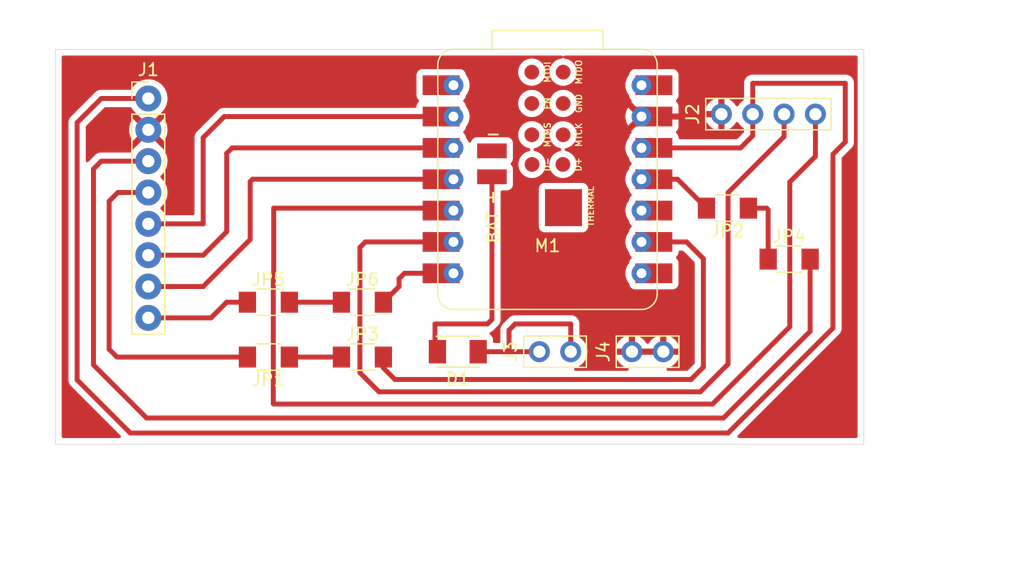
<source format=kicad_pcb>
(kicad_pcb (version 20241229) (generator "pcbnew") (generator_version "9.0")
  (layers (0 "F.Cu" signal) (2 "B.Cu" signal) (13 "F.Paste" user) (15 "B.Paste" user) (5 "F.SilkS" user "F.Silkscreen") (7 "B.SilkS" user "B.Silkscreen") (1 "F.Mask" user) (3 "B.Mask" user) (25 "Edge.Cuts" user))
  (net 0 "")
  (net 5 "/BAT_VIN")
  (net 15 "/GND")
  (net 16 "/LED")
  (net 17 "/VCC")
  (net 18 "/CS")
  (net 19 "/MOSI")
  (net 20 "/RST")
  (net 21 "/CLK")
  (net 22 "/DC")
  (net 23 "/SCL")
  (net 24 "/BUSY")
  (net 25 "/SDA")
  (footprint "fab:Jumper_1206" (layer "F.Cu") (at 113.87 83.185)
    (property "Reference" "JP3" (at 0 -1.85 0) (layer "F.SilkS"))
    (property "Value" "Jumper_1206")
    (fp_line (start -1 -1.07) (end 1 -1.07) (stroke (width 0.12)) (layer "F.SilkS"))
    (fp_line (start 1 1.07) (end -1 1.07) (stroke (width 0.12)) (layer "F.SilkS"))
    (pad "1" smd rect (at -1.7 0) (size 1.4 1.7) (layers "F.Cu" "F.Mask" "F.Paste") (net 21 "/CLK"))
    (pad "2" smd rect (at 1.7 0) (size 1.4 1.7) (layers "F.Cu" "F.Mask" "F.Paste") (net 21 "/CLK"))
  )
  (footprint "fab:Jumper_1206" (layer "F.Cu") (at 143.45 71.12 180)
    (property "Reference" "JP2" (at 0 -1.85 0) (layer "F.SilkS"))
    (property "Value" "Jumper_1206")
    (fp_line (start 1 1.07) (end -1 1.07) (stroke (width 0.12)) (layer "F.SilkS"))
    (fp_line (start -1 -1.07) (end 1 -1.07) (stroke (width 0.12)) (layer "F.SilkS"))
    (pad "1" smd rect (at -1.7 0 180) (size 1.4 1.7) (layers "F.Cu" "F.Mask" "F.Paste") (net 19 "/MOSI"))
    (pad "2" smd rect (at 1.7 0 180) (size 1.4 1.7) (layers "F.Cu" "F.Mask" "F.Paste") (net 19 "/MOSI"))
  )
  (footprint "fab:Jumper_1206" (layer "F.Cu") (at 148.45 75.25)
    (property "Reference" "JP4" (at 0 -1.85 0) (layer "F.SilkS"))
    (property "Value" "Jumper_1206")
    (fp_line (start -1 -1.07) (end 1 -1.07) (stroke (width 0.12)) (layer "F.SilkS"))
    (fp_line (start 1 1.07) (end -1 1.07) (stroke (width 0.12)) (layer "F.SilkS"))
    (pad "1" smd rect (at -1.7 0) (size 1.4 1.7) (layers "F.Cu" "F.Mask" "F.Paste") (net 19 "/MOSI"))
    (pad "2" smd rect (at 1.7 0) (size 1.4 1.7) (layers "F.Cu" "F.Mask" "F.Paste") (net 19 "/MOSI"))
  )
  (footprint "fab:Jumper_1206" (layer "F.Cu") (at 106.25 78.74)
    (property "Reference" "JP5" (at 0 -1.85 0) (layer "F.SilkS"))
    (property "Value" "Jumper_1206")
    (fp_line (start -1 -1.07) (end 1 -1.07) (stroke (width 0.12)) (layer "F.SilkS"))
    (fp_line (start 1 1.07) (end -1 1.07) (stroke (width 0.12)) (layer "F.SilkS"))
    (pad "1" smd rect (at -1.7 0) (size 1.4 1.7) (layers "F.Cu" "F.Mask" "F.Paste") (net 24 "/BUSY"))
    (pad "2" smd rect (at 1.7 0) (size 1.4 1.7) (layers "F.Cu" "F.Mask" "F.Paste") (net 24 "/BUSY"))
  )
  (footprint "fab:PinHeader_01x02_P2.54mm_Vertical_THT_D1mm" (layer "F.Cu") (at 128.21 82.75 90)
    (property "Reference" "J3" (at 0 -2.33 90) (layer "F.SilkS"))
    (property "Value" "PinHeader_01x02_P2.54mm_Vertical_THT_D1mm")
    (fp_line (start 1.27 -1.27) (end 1.27 3.81) (stroke (width 0.12)) (layer "F.SilkS"))
    (fp_line (start -1.27 -1.27) (end 1.27 -1.27) (stroke (width 0.12)) (layer "F.SilkS"))
    (fp_line (start -1.27 -1.27) (end -1.27 3.81) (stroke (width 0.12)) (layer "F.SilkS"))
    (fp_line (start -1.27 3.81) (end 1.27 3.81) (stroke (width 0.12)) (layer "F.SilkS"))
    (pad "1" thru_hole oval (at 0 0 90) (size 1.7 1.7) (drill 1) (layers "*.Cu" "*.Mask") (net 5 "/BAT_VIN"))
    (pad "2" thru_hole oval (at 0 2.54 90) (size 1.7 1.7) (drill 1) (layers "*.Cu" "*.Mask") (net 5 "/BAT_VIN"))
  )
  (footprint "fab:PinHeader_01x04_P2.54mm_Vertical_THT_D1mm" (layer "F.Cu") (at 142.96 63.5 90)
    (property "Reference" "J2" (at 0 -2.33 90) (layer "F.SilkS"))
    (property "Value" "PinHeader_01x04_P2.54mm_Vertical_THT_D1mm" (hide yes))
    (fp_line (start 1.27 -1.27) (end 1.27 8.89) (stroke (width 0.12)) (layer "F.SilkS"))
    (fp_line (start -1.27 -1.27) (end 1.27 -1.27) (stroke (width 0.12)) (layer "F.SilkS"))
    (fp_line (start -1.27 -1.27) (end -1.27 8.89) (stroke (width 0.12)) (layer "F.SilkS"))
    (fp_line (start -1.27 8.89) (end 1.27 8.89) (stroke (width 0.12)) (layer "F.SilkS"))
    (pad "1" thru_hole oval (at 0 0 90) (size 1.7 1.7) (drill 1) (layers "*.Cu" "*.Mask") (net 15 "/GND"))
    (pad "2" thru_hole oval (at 0 2.54 90) (size 1.7 1.7) (drill 1) (layers "*.Cu" "*.Mask") (net 17 "/VCC"))
    (pad "3" thru_hole oval (at 0 5.08 90) (size 1.7 1.7) (drill 1) (layers "*.Cu" "*.Mask") (net 23 "/SCL"))
    (pad "4" thru_hole oval (at 0 7.62 90) (size 1.7 1.7) (drill 1) (layers "*.Cu" "*.Mask") (net 25 "/SDA"))
  )
  (footprint "fab:Diode_Schottky_MiniSMA" (layer "F.Cu") (at 121.6 82.75)
    (property "Reference" "D1" (at 0 2.2 0) (layer "F.SilkS"))
    (property "Value" "Diode_Schottky_MiniSMA")
    (fp_line (start -1.75 -1.25) (end 1.75 -1.25) (stroke (width 0.12)) (layer "F.SilkS"))
    (fp_line (start -1.75 1.25) (end 1.75 1.25) (stroke (width 0.12)) (layer "F.SilkS"))
    (pad "1" smd rect (at -1.65 0) (size 1.4 1.9) (layers "F.Cu" "F.Mask" "F.Paste") (net 5 "/BAT_VIN"))
    (pad "2" smd rect (at 1.65 0) (size 1.4 1.9) (layers "F.Cu" "F.Mask" "F.Paste") (net 5 "/BAT_VIN"))
  )
  (footprint "fab:SeeedStudio_XIAO_ESP32S3" (layer "F.Cu") (at 128.865 68.775)
    (property "Reference" "M1" (at 0 5.39 0) (layer "F.SilkS"))
    (property "Value" "Module_XIAO-ESP32S3")
    (fp_line (start -8.8875 9.281) (end -8.8875 -9.261) (stroke (width 0.12)) (layer "F.SilkS"))
    (fp_line (start -7.6175 -10.531) (end 7.6225 -10.531) (stroke (width 0.12)) (layer "F.SilkS"))
    (fp_line (start 7.6225 10.551) (end -7.6175 10.551) (stroke (width 0.12)) (layer "F.SilkS"))
    (fp_line (start 8.8925 -9.261) (end 8.8925 9.281) (stroke (width 0.12)) (layer "F.SilkS"))
    (fp_rect (start -4.4975 -10.531) (end 4.5025 -12.055) (stroke (width 0.12)) (fill no) (layer "F.SilkS"))
    (fp_arc (start -8.8875 -9.261) (mid -8.515526 -10.159026) (end -7.6175 -10.531) (stroke (width 0.12)) (layer "F.SilkS"))
    (fp_arc (start -7.6175 10.551) (mid -8.515526 10.179026) (end -8.8875 9.281) (stroke (width 0.12)) (layer "F.SilkS"))
    (fp_arc (start 7.6225 -10.531) (mid 8.520526 -10.159026) (end 8.8925 -9.261) (stroke (width 0.12)) (layer "F.SilkS"))
    (fp_arc (start 8.8925 9.281) (mid 8.520526 10.179026) (end 7.6225 10.551) (stroke (width 0.12)) (layer "F.SilkS"))
    (fp_text user "BAT" (at -5 3.9 90) (layer "F.SilkS") (effects (justify top)))
    (fp_text user "THERMAL" (at 3.5 2.2 90) (layer "F.SilkS") (effects (font (size 0.5 0.5) (thickness 0.1) (bold yes))))
    (fp_text user "EN" (at 0 -6.14 90) (layer "F.SilkS") (effects (font (size 0.5 0.5) (thickness 0.1) (bold yes))))
    (fp_text user "MTMS" (at 0 -3.6 90) (layer "F.SilkS") (effects (font (size 0.5 0.5) (thickness 0.1) (bold yes))))
    (fp_text user "MTDI" (at 0 -8.68 90) (layer "F.SilkS") (effects (font (size 0.5 0.5) (thickness 0.1) (bold yes))))
    (fp_text user "D+" (at 2.5 -1.2 90) (layer "F.SilkS") (effects (font (size 0.5 0.5) (thickness 0.1) (bold yes))))
    (fp_text user "+" (at -4.4 1.4 0) (layer "F.SilkS"))
    (fp_text user "MTCK" (at 2.54 -3.6 90) (layer "F.SilkS") (effects (font (size 0.5 0.5) (thickness 0.1) (bold yes))))
    (fp_text user "-" (at -4.4 -3.7 0) (layer "F.SilkS"))
    (fp_text user "MTDO" (at 2.54 -8.68 90) (layer "F.SilkS") (effects (font (size 0.5 0.5) (thickness 0.1) (bold yes))))
    (fp_text user "GND" (at 2.54 -6.14 90) (layer "F.SilkS") (effects (font (size 0.5 0.5) (thickness 0.1) (bold yes))))
    (fp_text user "D-" (at 0 -1.2 90) (layer "F.SilkS") (effects (font (size 0.5 0.5) (thickness 0.1) (bold yes))))
    (pad "1" thru_hole circle (at -7.615 -7.62) (size 1.6 1.6) (drill 0.8) (layers "*.Cu" "*.Mask") (net 16 "/LED"))
    (pad "1" smd rect (at -7.615 -7.62) (size 3 1.6) (drill (offset -1 0)) (layers "F.Cu" "F.Mask" "F.Paste") (net 16 "/LED"))
    (pad "2" thru_hole circle (at -7.615 -5.08) (size 1.6 1.6) (drill 0.8) (layers "*.Cu" "*.Mask") (net 18 "/CS"))
    (pad "2" smd rect (at -7.615 -5.08) (size 3 1.6) (drill (offset -1 0)) (layers "F.Cu" "F.Mask" "F.Paste") (net 18 "/CS"))
    (pad "3" thru_hole circle (at -7.615 -2.54) (size 1.6 1.6) (drill 0.8) (layers "*.Cu" "*.Mask") (net 22 "/DC"))
    (pad "3" smd rect (at -7.615 -2.54) (size 3 1.6) (drill (offset -1 0)) (layers "F.Cu" "F.Mask" "F.Paste") (net 22 "/DC"))
    (pad "4" thru_hole circle (at -7.615 0) (size 1.6 1.6) (drill 0.8) (layers "*.Cu" "*.Mask") (net 20 "/RST"))
    (pad "4" smd rect (at -7.615 0) (size 3 1.6) (drill (offset -1 0)) (layers "F.Cu" "F.Mask" "F.Paste") (net 20 "/RST"))
    (pad "5" thru_hole circle (at -7.615 2.54) (size 1.6 1.6) (drill 0.8) (layers "*.Cu" "*.Mask") (net 25 "/SDA"))
    (pad "5" smd rect (at -7.615 2.54) (size 3 1.6) (drill (offset -1 0)) (layers "F.Cu" "F.Mask" "F.Paste") (net 25 "/SDA"))
    (pad "6" thru_hole circle (at -7.615 5.08) (size 1.6 1.6) (drill 0.8) (layers "*.Cu" "*.Mask") (net 23 "/SCL"))
    (pad "6" smd rect (at -7.615 5.08) (size 3 1.6) (drill (offset -1 0)) (layers "F.Cu" "F.Mask" "F.Paste") (net 23 "/SCL"))
    (pad "7" thru_hole circle (at -7.615 7.62) (size 1.6 1.6) (drill 0.8) (layers "*.Cu" "*.Mask") (net 24 "/BUSY"))
    (pad "7" smd rect (at -7.615 7.62) (size 3 1.6) (drill (offset -1 0)) (layers "F.Cu" "F.Mask" "F.Paste") (net 24 "/BUSY"))
    (pad "8" thru_hole circle (at 7.62 7.62) (size 1.6 1.6) (drill 0.8) (layers "*.Cu" "*.Mask"))
    (pad "8" smd rect (at 7.62 7.62) (size 3 1.6) (drill (offset 1 0)) (layers "F.Cu" "F.Mask" "F.Paste"))
    (pad "9" thru_hole circle (at 7.62 5.08) (size 1.6 1.6) (drill 0.8) (layers "*.Cu" "*.Mask") (net 21 "/CLK"))
    (pad "9" smd rect (at 7.62 5.08) (size 3 1.6) (drill (offset 1 0)) (layers "F.Cu" "F.Mask" "F.Paste") (net 21 "/CLK"))
    (pad "10" thru_hole circle (at 7.62 2.54) (size 1.6 1.6) (drill 0.8) (layers "*.Cu" "*.Mask"))
    (pad "10" smd rect (at 7.62 2.54) (size 3 1.6) (drill (offset 1 0)) (layers "F.Cu" "F.Mask" "F.Paste"))
    (pad "11" thru_hole circle (at 7.62 0) (size 1.6 1.6) (drill 0.8) (layers "*.Cu" "*.Mask") (net 19 "/MOSI"))
    (pad "11" smd rect (at 7.62 0) (size 3 1.6) (drill (offset 1 0)) (layers "F.Cu" "F.Mask" "F.Paste") (net 19 "/MOSI"))
    (pad "12" thru_hole circle (at 7.62 -2.54) (size 1.6 1.6) (drill 0.8) (layers "*.Cu" "*.Mask") (net 17 "/VCC"))
    (pad "12" smd rect (at 7.62 -2.54) (size 3 1.6) (drill (offset 1 0)) (layers "F.Cu" "F.Mask" "F.Paste") (net 17 "/VCC"))
    (pad "13" thru_hole circle (at 7.62 -5.08) (size 1.6 1.6) (drill 0.8) (layers "*.Cu" "*.Mask") (net 15 "/GND"))
    (pad "13" smd rect (at 7.62 -5.08) (size 3 1.6) (drill (offset 1 0)) (layers "F.Cu" "F.Mask" "F.Paste") (net 15 "/GND"))
    (pad "14" thru_hole circle (at 7.62 -7.62) (size 1.6 1.6) (drill 0.8) (layers "*.Cu" "*.Mask"))
    (pad "14" smd rect (at 7.62 -7.62) (size 3 1.6) (drill (offset 1 0)) (layers "F.Cu" "F.Mask" "F.Paste"))
    (pad "15" smd rect (at -4.5 -2.3) (size 2.4 1.2) (layers "F.Cu" "F.Mask" "F.Paste"))
    (pad "16" smd rect (at -4.5 -0.2) (size 2.4 1.2) (layers "F.Cu" "F.Mask" "F.Paste") (net 5 "/BAT_VIN"))
    (pad "17" smd circle (at -1.27 -8.68) (size 1.2 1.2) (layers "F.Cu" "F.Mask" "F.Paste"))
    (pad "18" smd circle (at -1.27 -6.14) (size 1.2 1.2) (layers "F.Cu" "F.Mask" "F.Paste"))
    (pad "19" smd circle (at -1.27 -3.6) (size 1.2 1.2) (layers "F.Cu" "F.Mask" "F.Paste"))
    (pad "20" smd circle (at 1.27 -3.6) (size 1.2 1.2) (layers "F.Cu" "F.Mask" "F.Paste"))
    (pad "21" smd circle (at 1.27 -6.14) (size 1.2 1.2) (layers "F.Cu" "F.Mask" "F.Paste"))
    (pad "22" smd circle (at 1.27 -8.68) (size 1.2 1.2) (layers "F.Cu" "F.Mask" "F.Paste"))
    (pad "23" smd circle (at -1.25 -1.2) (size 1.2 1.2) (layers "F.Cu" "F.Mask" "F.Paste"))
    (pad "24" smd circle (at 1.25 -1.2) (size 1.2 1.2) (layers "F.Cu" "F.Mask" "F.Paste"))
    (pad "25" smd rect (at 1.3 2.3) (size 3 3) (layers "F.Cu" "F.Mask" "F.Paste"))
  )
  (footprint "fab:Jumper_1206" (layer "F.Cu") (at 113.87 78.74)
    (property "Reference" "JP6" (at 0 -1.85 0) (layer "F.SilkS"))
    (property "Value" "Jumper_1206")
    (fp_line (start -1 -1.07) (end 1 -1.07) (stroke (width 0.12)) (layer "F.SilkS"))
    (fp_line (start 1 1.07) (end -1 1.07) (stroke (width 0.12)) (layer "F.SilkS"))
    (pad "1" smd rect (at -1.7 0) (size 1.4 1.7) (layers "F.Cu" "F.Mask" "F.Paste") (net 24 "/BUSY"))
    (pad "2" smd rect (at 1.7 0) (size 1.4 1.7) (layers "F.Cu" "F.Mask" "F.Paste") (net 24 "/BUSY"))
  )
  (footprint "fab:PinHeader_01x02_P2.54mm_Vertical_THT_D1mm" (layer "F.Cu") (at 135.71 82.75 90)
    (property "Reference" "J4" (at 0 -2.33 90) (layer "F.SilkS"))
    (property "Value" "PinHeader_01x02_P2.54mm_Vertical_THT_D1mm")
    (fp_line (start 1.27 -1.27) (end 1.27 3.81) (stroke (width 0.12)) (layer "F.SilkS"))
    (fp_line (start -1.27 -1.27) (end 1.27 -1.27) (stroke (width 0.12)) (layer "F.SilkS"))
    (fp_line (start -1.27 -1.27) (end -1.27 3.81) (stroke (width 0.12)) (layer "F.SilkS"))
    (fp_line (start -1.27 3.81) (end 1.27 3.81) (stroke (width 0.12)) (layer "F.SilkS"))
    (pad "1" thru_hole oval (at 0 0 90) (size 1.7 1.7) (drill 1) (layers "*.Cu" "*.Mask") (net 15 "/GND"))
    (pad "2" thru_hole oval (at 0 2.54 90) (size 1.7 1.7) (drill 1) (layers "*.Cu" "*.Mask") (net 15 "/GND"))
  )
  (footprint "fab:PinHeader_01x08_P2.54mm_Vertical_THT_D1.4mm" (layer "F.Cu") (at 96.52 62.23)
    (property "Reference" "J1" (at 0 -2.33 0) (layer "F.SilkS"))
    (property "Value" "PinHeader_01x08_P2.54mm_Vertical_THT_D1.4mm" (hide yes))
    (fp_line (start -1.33 -1.33) (end 0 -1.33) (stroke (width 0.12)) (layer "F.SilkS"))
    (fp_line (start -1.33 0) (end -1.33 -1.33) (stroke (width 0.12)) (layer "F.SilkS"))
    (fp_line (start -1.33 1.27) (end -1.33 19.11) (stroke (width 0.12)) (layer "F.SilkS"))
    (fp_line (start -1.33 1.27) (end 1.33 1.27) (stroke (width 0.12)) (layer "F.SilkS"))
    (fp_line (start -1.33 19.11) (end 1.33 19.11) (stroke (width 0.12)) (layer "F.SilkS"))
    (fp_line (start 1.33 1.27) (end 1.33 19.11) (stroke (width 0.12)) (layer "F.SilkS"))
    (pad "1" thru_hole circle (at 0 0) (size 2.1 2.1) (drill 1) (layers "*.Cu" "*.Mask") (net 17 "/VCC"))
    (pad "2" thru_hole circle (at 0 2.54) (size 2.1 2.1) (drill 1) (layers "*.Cu" "*.Mask") (net 15 "/GND"))
    (pad "3" thru_hole circle (at 0 5.08) (size 2.1 2.1) (drill 1) (layers "*.Cu" "*.Mask") (net 19 "/MOSI"))
    (pad "4" thru_hole circle (at 0 7.62) (size 2.1 2.1) (drill 1) (layers "*.Cu" "*.Mask") (net 21 "/CLK"))
    (pad "5" thru_hole circle (at 0 10.16) (size 2.1 2.1) (drill 1) (layers "*.Cu" "*.Mask") (net 18 "/CS"))
    (pad "6" thru_hole circle (at 0 12.7) (size 2.1 2.1) (drill 1) (layers "*.Cu" "*.Mask") (net 22 "/DC"))
    (pad "7" thru_hole circle (at 0 15.24) (size 2.1 2.1) (drill 1) (layers "*.Cu" "*.Mask") (net 20 "/RST"))
    (pad "8" thru_hole circle (at 0 17.78) (size 2.1 2.1) (drill 1) (layers "*.Cu" "*.Mask") (net 24 "/BUSY"))
  )
  (footprint "fab:Jumper_1206" (layer "F.Cu") (at 106.25 83.185 180)
    (property "Reference" "JP1" (at 0 -1.85 0) (layer "F.SilkS"))
    (property "Value" "Jumper_1206")
    (fp_line (start 1 1.07) (end -1 1.07) (stroke (width 0.12)) (layer "F.SilkS"))
    (fp_line (start -1 -1.07) (end 1 -1.07) (stroke (width 0.12)) (layer "F.SilkS"))
    (pad "1" smd rect (at -1.7 0 180) (size 1.4 1.7) (layers "F.Cu" "F.Mask" "F.Paste") (net 21 "/CLK"))
    (pad "2" smd rect (at 1.7 0 180) (size 1.4 1.7) (layers "F.Cu" "F.Mask" "F.Paste") (net 21 "/CLK"))
  )
  (gr_line (start 89 90.25) (end 89 58.25) (stroke (width 0.05)) (layer "Edge.Cuts"))
  (gr_line (start 154.5 90.25) (end 89 90.25) (stroke (width 0.05)) (layer "Edge.Cuts"))
  (gr_line (start 89 58.25) (end 118.5 58.25) (stroke (width 0.05)) (layer "Edge.Cuts"))
  (gr_line (start 118.5 58.25) (end 154.5 58.25) (stroke (width 0.05)) (layer "Edge.Cuts"))
  (gr_line (start 154.5 58.25) (end 154.5 90.25) (stroke (width 0.05)) (layer "Edge.Cuts"))
  (segment (start 126.25 80.5) (end 130.75 80.5) (width 0.4) (layer "F.Cu") (net 5))
  (segment (start 119.75 80.5) (end 119.75 82.55) (width 0.4) (layer "F.Cu") (net 5))
  (segment (start 125.75 82.75) (end 125.75 81) (width 0.4) (layer "F.Cu") (net 5))
  (segment (start 130.75 80.5) (end 130.75 82.75) (width 0.4) (layer "F.Cu") (net 5))
  (segment (start 124.365 68.575) (end 124.365 80.135) (width 0.4) (layer "F.Cu") (net 5))
  (segment (start 125.75 81) (end 126.25 80.5) (width 0.4) (layer "F.Cu") (net 5))
  (segment (start 119.75 82.55) (end 119.95 82.75) (width 0.4) (layer "F.Cu") (net 5))
  (segment (start 123.25 82.75) (end 125.75 82.75) (width 0.4) (layer "F.Cu") (net 5))
  (segment (start 124.365 80.135) (end 124 80.5) (width 0.4) (layer "F.Cu") (net 5))
  (segment (start 125.75 82.75) (end 128.21 82.75) (width 0.4) (layer "F.Cu") (net 5))
  (segment (start 124 80.5) (end 119.75 80.5) (width 0.4) (layer "F.Cu") (net 5))
  (segment (start 120.895 60.8) (end 121.25 61.155) (width 0.4) (layer "F.Cu") (net 16))
  (segment (start 153 65.75) (end 152 66.75) (width 0.4) (layer "F.Cu") (net 17))
  (segment (start 153 61) (end 153 65.75) (width 0.4) (layer "F.Cu") (net 17))
  (segment (start 152 80.84) (end 143.5 89.34) (width 0.4) (layer "F.Cu") (net 17))
  (segment (start 143.5 89.34) (end 95.055 89.34) (width 0.4) (layer "F.Cu") (net 17))
  (segment (start 144.515 66.235) (end 145.5 65.25) (width 0.4) (layer "F.Cu") (net 17))
  (segment (start 145.5 65.25) (end 145.5 63.5) (width 0.4) (layer "F.Cu") (net 17))
  (segment (start 145.5 63.5) (end 145.5 61) (width 0.4) (layer "F.Cu") (net 17))
  (segment (start 90.75 64.19) (end 92.71 62.23) (width 0.4) (layer "F.Cu") (net 17))
  (segment (start 92.71 62.23) (end 96.52 62.23) (width 0.4) (layer "F.Cu") (net 17))
  (segment (start 90.75 85.035) (end 90.75 64.19) (width 0.4) (layer "F.Cu") (net 17))
  (segment (start 145.5 61) (end 153 61) (width 0.4) (layer "F.Cu") (net 17))
  (segment (start 95.055 89.34) (end 90.75 85.035) (width 0.4) (layer "F.Cu") (net 17))
  (segment (start 152 66.75) (end 152 80.84) (width 0.4) (layer "F.Cu") (net 17))
  (segment (start 136.485 66.235) (end 144.515 66.235) (width 0.4) (layer "F.Cu") (net 17))
  (segment (start 102.675 63.695) (end 100.965 65.405) (width 0.4) (layer "F.Cu") (net 18))
  (segment (start 121.25 63.695) (end 102.675 63.695) (width 0.4) (layer "F.Cu") (net 18))
  (segment (start 100.965 65.405) (end 100.965 72.39) (width 0.4) (layer "F.Cu") (net 18))
  (segment (start 100.965 72.39) (end 96.52 72.39) (width 0.4) (layer "F.Cu") (net 18))
  (segment (start 92.71 67.31) (end 96.52 67.31) (width 0.4) (layer "F.Cu") (net 19))
  (segment (start 150.15 81.1) (end 150.15 75.25) (width 0.4) (layer "F.Cu") (net 19))
  (segment (start 146.75 71.25) (end 146.75 75.25) (width 0.4) (layer "F.Cu") (net 19))
  (segment (start 139.405 68.775) (end 141.75 71.12) (width 0.4) (layer "F.Cu") (net 19))
  (segment (start 141.605 71.151) (end 141.636 71.12) (width 0.4) (layer "F.Cu") (net 19))
  (segment (start 92.075 83.82) (end 92.075 67.945) (width 0.4) (layer "F.Cu") (net 19))
  (segment (start 143.1275 88.1225) (end 150.15 81.1) (width 0.4) (layer "F.Cu") (net 19))
  (segment (start 145.15 71.12) (end 146.62 71.12) (width 0.4) (layer "F.Cu") (net 19))
  (segment (start 96.3775 88.1225) (end 143.1275 88.1225) (width 0.4) (layer "F.Cu") (net 19))
  (segment (start 96.3775 88.1225) (end 92.075 83.82) (width 0.4) (layer "F.Cu") (net 19))
  (segment (start 136.485 68.775) (end 139.405 68.775) (width 0.4) (layer "F.Cu") (net 19))
  (segment (start 146.62 71.12) (end 146.75 71.25) (width 0.4) (layer "F.Cu") (net 19))
  (segment (start 92.075 67.945) (end 92.71 67.31) (width 0.4) (layer "F.Cu") (net 19))
  (segment (start 104.775 73.66) (end 100.965 77.47) (width 0.4) (layer "F.Cu") (net 20))
  (segment (start 104.775 68.97) (end 104.775 73.66) (width 0.4) (layer "F.Cu") (net 20))
  (segment (start 121.25 68.775) (end 104.97 68.775) (width 0.4) (layer "F.Cu") (net 20))
  (segment (start 104.97 68.775) (end 104.775 68.97) (width 0.4) (layer "F.Cu") (net 20))
  (segment (start 100.965 77.47) (end 96.52 77.47) (width 0.4) (layer "F.Cu") (net 20))
  (segment (start 94.046 69.85) (end 96.52 69.85) (width 0.4) (layer "F.Cu") (net 21))
  (segment (start 93.345 82.55) (end 93.345 70.551) (width 0.4) (layer "F.Cu") (net 21))
  (segment (start 93.345 70.551) (end 94.046 69.85) (width 0.4) (layer "F.Cu") (net 21))
  (segment (start 93.98 83.185) (end 104.775 83.185) (width 0.4) (layer "F.Cu") (net 21))
  (segment (start 136.485 73.855) (end 140.14 73.855) (width 0.4) (layer "F.Cu") (net 21))
  (segment (start 107.95 83.185) (end 112.17 83.185) (width 0.4) (layer "F.Cu") (net 21))
  (segment (start 116.5 85) (end 115.57 84.07) (width 0.4) (layer "F.Cu") (net 21))
  (segment (start 141.5 84) (end 140.5 85) (width 0.4) (layer "F.Cu") (net 21))
  (segment (start 140.14 73.855) (end 141.5 75.215) (width 0.4) (layer "F.Cu") (net 21))
  (segment (start 140.5 85) (end 116.5 85) (width 0.4) (layer "F.Cu") (net 21))
  (segment (start 115.57 84.07) (end 115.57 83.185) (width 0.4) (layer "F.Cu") (net 21))
  (segment (start 141.5 75.215) (end 141.5 84) (width 0.4) (layer "F.Cu") (net 21))
  (segment (start 93.98 83.185) (end 93.345 82.55) (width 0.4) (layer "F.Cu") (net 21))
  (segment (start 100.965 74.93) (end 102.87 73.025) (width 0.4) (layer "F.Cu") (net 22))
  (segment (start 103.31 66.235) (end 102.87 66.675) (width 0.4) (layer "F.Cu") (net 22))
  (segment (start 121.25 66.235) (end 103.31 66.235) (width 0.4) (layer "F.Cu") (net 22))
  (segment (start 102.87 73.025) (end 102.87 66.675) (width 0.4) (layer "F.Cu") (net 22))
  (segment (start 96.52 74.93) (end 100.965 74.93) (width 0.4) (layer "F.Cu") (net 22))
  (segment (start 143.5 69.86) (end 148.04 65.32) (width 0.4) (layer "F.Cu") (net 23))
  (segment (start 121.25 73.855) (end 114.105 73.855) (width 0.4) (layer "F.Cu") (net 23))
  (segment (start 113.665 74.295) (end 113.665 84.455) (width 0.4) (layer "F.Cu") (net 23))
  (segment (start 141.25 86) (end 143.5 83.75) (width 0.4) (layer "F.Cu") (net 23))
  (segment (start 114.105 73.855) (end 113.665 74.295) (width 0.4) (layer "F.Cu") (net 23))
  (segment (start 113.665 84.455) (end 115.21 86) (width 0.4) (layer "F.Cu") (net 23))
  (segment (start 148.04 65.32) (end 148.04 63.5) (width 0.4) (layer "F.Cu") (net 23))
  (segment (start 143.5 83.75) (end 143.5 69.86) (width 0.4) (layer "F.Cu") (net 23))
  (segment (start 115.21 86) (end 141.25 86) (width 0.4) (layer "F.Cu") (net 23))
  (segment (start 117.28 76.395) (end 121.25 76.395) (width 0.4) (layer "F.Cu") (net 24))
  (segment (start 116.84 77.47) (end 116.84 76.835) (width 0.4) (layer "F.Cu") (net 24))
  (segment (start 96.52 80.01) (end 101.6 80.01) (width 0.4) (layer "F.Cu") (net 24))
  (segment (start 115.57 78.74) (end 116.84 77.47) (width 0.4) (layer "F.Cu") (net 24))
  (segment (start 102.87 78.74) (end 104.55 78.74) (width 0.4) (layer "F.Cu") (net 24))
  (segment (start 101.6 80.01) (end 102.87 78.74) (width 0.4) (layer "F.Cu") (net 24))
  (segment (start 107.95 78.74) (end 112.17 78.74) (width 0.4) (layer "F.Cu") (net 24))
  (segment (start 116.84 76.835) (end 117.28 76.395) (width 0.4) (layer "F.Cu") (net 24))
  (segment (start 106.649 86.964) (end 106.68 86.995) (width 0.4) (layer "F.Cu") (net 25))
  (segment (start 150.58 66.92) (end 150.58 63.5) (width 0.4) (layer "F.Cu") (net 25))
  (segment (start 148.5 80.735) (end 148.5 69) (width 0.4) (layer "F.Cu") (net 25))
  (segment (start 106.68 71.12) (end 106.68 76.835) (width 0.4) (layer "F.Cu") (net 25))
  (segment (start 106.649 76.866) (end 106.649 86.964) (width 0.4) (layer "F.Cu") (net 25))
  (segment (start 148.5 69) (end 150.58 66.92) (width 0.4) (layer "F.Cu") (net 25))
  (segment (start 106.68 76.835) (end 106.649 76.866) (width 0.4) (layer "F.Cu") (net 25))
  (segment (start 121.055 71.12) (end 106.68 71.12) (width 0.4) (layer "F.Cu") (net 25))
  (segment (start 142.24 86.995) (end 148.5 80.735) (width 0.4) (layer "F.Cu") (net 25))
  (segment (start 121.25 71.315) (end 121.055 71.12) (width 0.4) (layer "F.Cu") (net 25))
  (segment (start 106.68 86.995) (end 142.24 86.995) (width 0.4) (layer "F.Cu") (net 25))
  (zone (net 15) (net_name "/GND") (layer "F.Cu") (priority 1) (connect_pads (clearance 0.5)) (min_thickness 0.25) (fill yes (thermal_gap 0.5) (thermal_bridge_width 0.5))
    (polygon (pts (xy 84.5 55) (xy 85 95.5) (xy 166.75 94.25) (xy 167.5 54.25)))
  )
)
</source>
